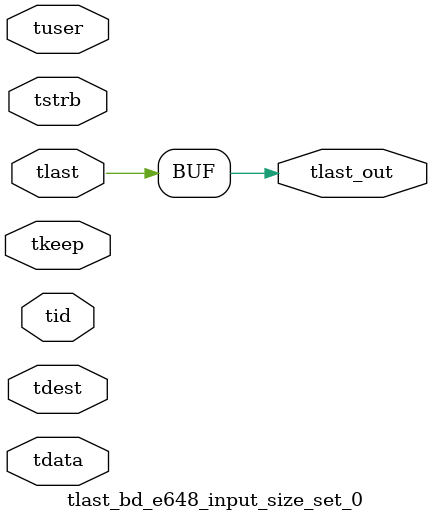
<source format=v>


`timescale 1ps/1ps

module tlast_bd_e648_input_size_set_0 #
(
parameter C_S_AXIS_TID_WIDTH   = 1,
parameter C_S_AXIS_TUSER_WIDTH = 0,
parameter C_S_AXIS_TDATA_WIDTH = 0,
parameter C_S_AXIS_TDEST_WIDTH = 0
)
(
input  [(C_S_AXIS_TID_WIDTH   == 0 ? 1 : C_S_AXIS_TID_WIDTH)-1:0       ] tid,
input  [(C_S_AXIS_TDATA_WIDTH == 0 ? 1 : C_S_AXIS_TDATA_WIDTH)-1:0     ] tdata,
input  [(C_S_AXIS_TUSER_WIDTH == 0 ? 1 : C_S_AXIS_TUSER_WIDTH)-1:0     ] tuser,
input  [(C_S_AXIS_TDEST_WIDTH == 0 ? 1 : C_S_AXIS_TDEST_WIDTH)-1:0     ] tdest,
input  [(C_S_AXIS_TDATA_WIDTH/8)-1:0 ] tkeep,
input  [(C_S_AXIS_TDATA_WIDTH/8)-1:0 ] tstrb,
input  [0:0]                                                             tlast,
output                                                                   tlast_out
);

assign tlast_out = {tlast};

endmodule


</source>
